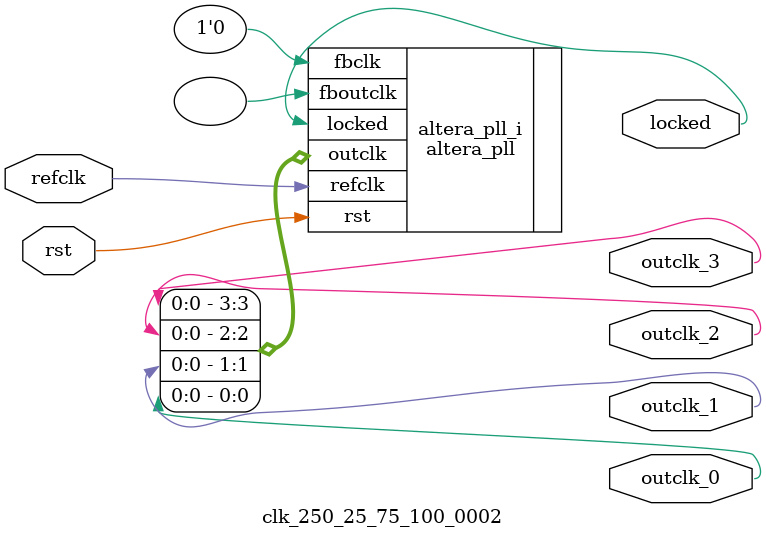
<source format=v>
`timescale 1ns/10ps
module  clk_250_25_75_100_0002(

	// interface 'refclk'
	input wire refclk,

	// interface 'reset'
	input wire rst,

	// interface 'outclk0'
	output wire outclk_0,

	// interface 'outclk1'
	output wire outclk_1,

	// interface 'outclk2'
	output wire outclk_2,

	// interface 'outclk3'
	output wire outclk_3,

	// interface 'locked'
	output wire locked
);

	altera_pll #(
		.fractional_vco_multiplier("false"),
		.reference_clock_frequency("50.0 MHz"),
		.operation_mode("direct"),
		.number_of_clocks(4),
		.output_clock_frequency0("250.000000 MHz"),
		.phase_shift0("0 ps"),
		.duty_cycle0(50),
		.output_clock_frequency1("25.000000 MHz"),
		.phase_shift1("0 ps"),
		.duty_cycle1(50),
		.output_clock_frequency2("75.000000 MHz"),
		.phase_shift2("0 ps"),
		.duty_cycle2(50),
		.output_clock_frequency3("100.000000 MHz"),
		.phase_shift3("0 ps"),
		.duty_cycle3(50),
		.output_clock_frequency4("0 MHz"),
		.phase_shift4("0 ps"),
		.duty_cycle4(50),
		.output_clock_frequency5("0 MHz"),
		.phase_shift5("0 ps"),
		.duty_cycle5(50),
		.output_clock_frequency6("0 MHz"),
		.phase_shift6("0 ps"),
		.duty_cycle6(50),
		.output_clock_frequency7("0 MHz"),
		.phase_shift7("0 ps"),
		.duty_cycle7(50),
		.output_clock_frequency8("0 MHz"),
		.phase_shift8("0 ps"),
		.duty_cycle8(50),
		.output_clock_frequency9("0 MHz"),
		.phase_shift9("0 ps"),
		.duty_cycle9(50),
		.output_clock_frequency10("0 MHz"),
		.phase_shift10("0 ps"),
		.duty_cycle10(50),
		.output_clock_frequency11("0 MHz"),
		.phase_shift11("0 ps"),
		.duty_cycle11(50),
		.output_clock_frequency12("0 MHz"),
		.phase_shift12("0 ps"),
		.duty_cycle12(50),
		.output_clock_frequency13("0 MHz"),
		.phase_shift13("0 ps"),
		.duty_cycle13(50),
		.output_clock_frequency14("0 MHz"),
		.phase_shift14("0 ps"),
		.duty_cycle14(50),
		.output_clock_frequency15("0 MHz"),
		.phase_shift15("0 ps"),
		.duty_cycle15(50),
		.output_clock_frequency16("0 MHz"),
		.phase_shift16("0 ps"),
		.duty_cycle16(50),
		.output_clock_frequency17("0 MHz"),
		.phase_shift17("0 ps"),
		.duty_cycle17(50),
		.pll_type("General"),
		.pll_subtype("General")
	) altera_pll_i (
		.rst	(rst),
		.outclk	({outclk_3, outclk_2, outclk_1, outclk_0}),
		.locked	(locked),
		.fboutclk	( ),
		.fbclk	(1'b0),
		.refclk	(refclk)
	);
endmodule


</source>
